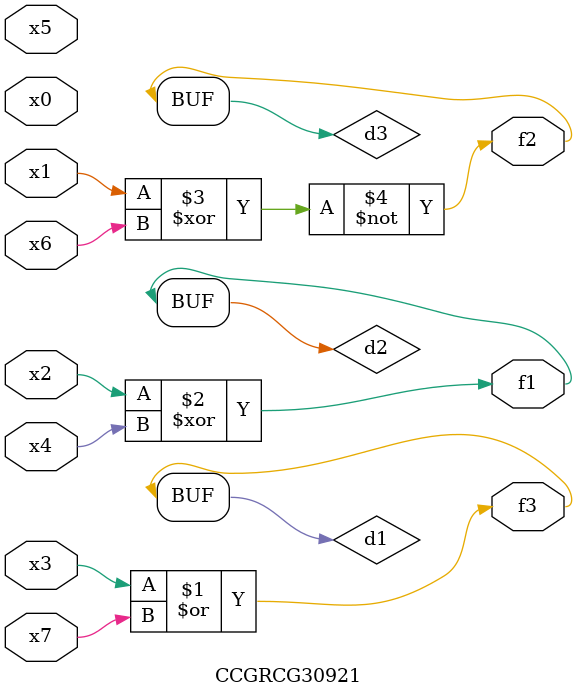
<source format=v>
module CCGRCG30921(
	input x0, x1, x2, x3, x4, x5, x6, x7,
	output f1, f2, f3
);

	wire d1, d2, d3;

	or (d1, x3, x7);
	xor (d2, x2, x4);
	xnor (d3, x1, x6);
	assign f1 = d2;
	assign f2 = d3;
	assign f3 = d1;
endmodule

</source>
